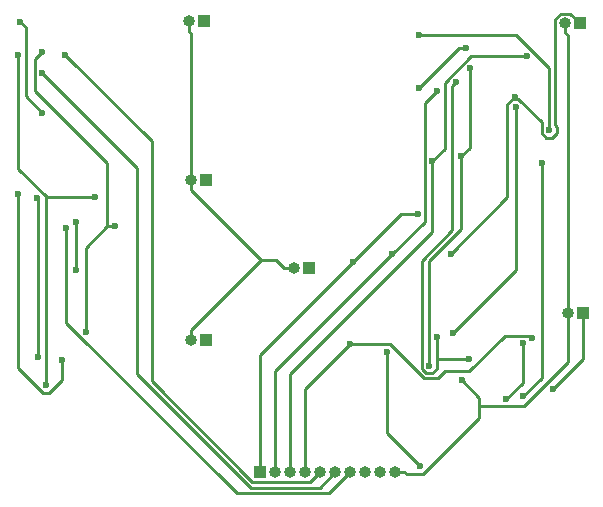
<source format=gbr>
G04 #@! TF.FileFunction,Copper,L2,Bot,Signal*
%FSLAX46Y46*%
G04 Gerber Fmt 4.6, Leading zero omitted, Abs format (unit mm)*
G04 Created by KiCad (PCBNEW 4.0.7) date 04/07/18 17:00:11*
%MOMM*%
%LPD*%
G01*
G04 APERTURE LIST*
%ADD10C,0.100000*%
%ADD11R,1.000000X1.000000*%
%ADD12O,1.000000X1.000000*%
%ADD13C,0.600000*%
%ADD14C,0.250000*%
G04 APERTURE END LIST*
D10*
D11*
X140620000Y-99630000D03*
D12*
X139350000Y-99630000D03*
D11*
X140620000Y-113130000D03*
D12*
X139350000Y-113130000D03*
D11*
X140370000Y-86130000D03*
D12*
X139100000Y-86130000D03*
D11*
X172270000Y-86330000D03*
D12*
X171000000Y-86330000D03*
D11*
X172470000Y-110830000D03*
D12*
X171200000Y-110830000D03*
D11*
X149270000Y-107030000D03*
D12*
X148000000Y-107030000D03*
D11*
X145170000Y-124330000D03*
D12*
X146440000Y-124330000D03*
X147710000Y-124330000D03*
X148980000Y-124330000D03*
X150250000Y-124330000D03*
X151520000Y-124330000D03*
X152790000Y-124330000D03*
X154060000Y-124330000D03*
X155330000Y-124330000D03*
X156600000Y-124330000D03*
D13*
X162228700Y-116568300D03*
X127075900Y-116986000D03*
X124670500Y-89000000D03*
X131149200Y-101048800D03*
X126716500Y-93880000D03*
X124863400Y-86224600D03*
X129565100Y-107194400D03*
X129565100Y-103127900D03*
X161303400Y-105863900D03*
X166731300Y-92603300D03*
X169970100Y-117250000D03*
X161478400Y-112563300D03*
X166797800Y-93403700D03*
X167425600Y-117905100D03*
X168995400Y-98154600D03*
X156353300Y-105877500D03*
X160137300Y-92050000D03*
X159747400Y-98027600D03*
X167730600Y-89126200D03*
X169617700Y-95373500D03*
X158644900Y-87302500D03*
X153017400Y-106566000D03*
X158494200Y-102495500D03*
X159482900Y-115312700D03*
X162190300Y-97583900D03*
X162918800Y-90129600D03*
X160108200Y-112915800D03*
X162814000Y-114737000D03*
X161786400Y-91302600D03*
X162586100Y-88403100D03*
X158586300Y-91795600D03*
X166018800Y-118143900D03*
X167406800Y-113398600D03*
X168148100Y-112998900D03*
X152794600Y-113481000D03*
X158705300Y-123824800D03*
X155882700Y-114145100D03*
X124655700Y-100779800D03*
X128421000Y-114868100D03*
X130409300Y-112452100D03*
X132915600Y-103500000D03*
X126710000Y-88752200D03*
X126364700Y-114576400D03*
X126271600Y-101155300D03*
X128637900Y-88980000D03*
X126715900Y-90500000D03*
X128735900Y-103633600D03*
D14*
X148000000Y-107030000D02*
X147174700Y-107030000D01*
X139350000Y-113130000D02*
X139350000Y-112304700D01*
X139350000Y-100455300D02*
X145274700Y-106380000D01*
X146524700Y-106380000D02*
X145274700Y-106380000D01*
X147174700Y-107030000D02*
X146524700Y-106380000D01*
X145274700Y-106380000D02*
X139350000Y-112304700D01*
X156600000Y-124330000D02*
X157425300Y-124330000D01*
X163674400Y-118014000D02*
X163674400Y-118769200D01*
X162228700Y-116568300D02*
X163674400Y-118014000D01*
X157545400Y-124450100D02*
X157425300Y-124330000D01*
X158964400Y-124450100D02*
X157545400Y-124450100D01*
X163674400Y-119740100D02*
X158964400Y-124450100D01*
X163674400Y-118769200D02*
X163674400Y-119740100D01*
X171000000Y-86330000D02*
X171000000Y-87155300D01*
X171200000Y-110830000D02*
X171200000Y-110004700D01*
X171200000Y-87355300D02*
X171000000Y-87155300D01*
X171200000Y-110004700D02*
X171200000Y-87355300D01*
X139350000Y-100042600D02*
X139350000Y-100455300D01*
X139350000Y-100042600D02*
X139350000Y-99630000D01*
X139350000Y-87205300D02*
X139100000Y-86955300D01*
X139350000Y-99630000D02*
X139350000Y-87205300D01*
X139100000Y-86130000D02*
X139100000Y-86955300D01*
X171200000Y-115034200D02*
X171200000Y-110830000D01*
X167465000Y-118769200D02*
X171200000Y-115034200D01*
X163674400Y-118769200D02*
X167465000Y-118769200D01*
X124670500Y-98633500D02*
X124670500Y-89000000D01*
X127085800Y-101048800D02*
X124670500Y-98633500D01*
X127075900Y-101058700D02*
X127075900Y-116986000D01*
X127085800Y-101048800D02*
X127075900Y-101058700D01*
X131149200Y-101048800D02*
X127085800Y-101048800D01*
X125313700Y-86674900D02*
X124863400Y-86224600D01*
X125313700Y-92477200D02*
X125313700Y-86674900D01*
X126716500Y-93880000D02*
X125313700Y-92477200D01*
X129565100Y-103127900D02*
X129565100Y-107194400D01*
X166731300Y-92737700D02*
X166731300Y-92603300D01*
X166544600Y-92737700D02*
X166731300Y-92737700D01*
X166099600Y-93182700D02*
X166544600Y-92737700D01*
X166099600Y-101067700D02*
X166099600Y-93182700D01*
X161303400Y-105863900D02*
X166099600Y-101067700D01*
X171440000Y-85500000D02*
X172270000Y-86330000D01*
X170620000Y-85500000D02*
X171440000Y-85500000D01*
X170160900Y-85959100D02*
X170620000Y-85500000D01*
X170160900Y-94964500D02*
X170160900Y-85959100D01*
X170264400Y-95068000D02*
X170160900Y-94964500D01*
X170264400Y-95611200D02*
X170264400Y-95068000D01*
X169876800Y-95998800D02*
X170264400Y-95611200D01*
X169358700Y-95998800D02*
X169876800Y-95998800D01*
X168992400Y-95632500D02*
X169358700Y-95998800D01*
X168992400Y-94711400D02*
X168992400Y-95632500D01*
X167018700Y-92737700D02*
X168992400Y-94711400D01*
X166731300Y-92737700D02*
X167018700Y-92737700D01*
X172470000Y-114750100D02*
X169970100Y-117250000D01*
X172470000Y-110830000D02*
X172470000Y-114750100D01*
X166797800Y-107243900D02*
X166797800Y-93403700D01*
X161478400Y-112563300D02*
X166797800Y-107243900D01*
X168995400Y-116335300D02*
X167425600Y-117905100D01*
X168995400Y-98154600D02*
X168995400Y-116335300D01*
X146440000Y-115790800D02*
X156353300Y-105877500D01*
X146440000Y-124330000D02*
X146440000Y-115790800D01*
X159120300Y-93067000D02*
X160137300Y-92050000D01*
X159120300Y-103110500D02*
X159120300Y-93067000D01*
X156353300Y-105877500D02*
X159120300Y-103110500D01*
X159747400Y-104013100D02*
X159747400Y-98027600D01*
X147710000Y-116050500D02*
X159747400Y-104013100D01*
X147710000Y-124330000D02*
X147710000Y-116050500D01*
X163009100Y-89126200D02*
X167730600Y-89126200D01*
X160784800Y-91350500D02*
X163009100Y-89126200D01*
X160784800Y-96990200D02*
X160784800Y-91350500D01*
X159747400Y-98027600D02*
X160784800Y-96990200D01*
X166813200Y-87302500D02*
X158644900Y-87302500D01*
X169617700Y-90107000D02*
X166813200Y-87302500D01*
X169617700Y-95373500D02*
X169617700Y-90107000D01*
X145170000Y-114413400D02*
X153017400Y-106566000D01*
X145170000Y-124330000D02*
X145170000Y-114413400D01*
X157087900Y-102495500D02*
X158494200Y-102495500D01*
X153017400Y-106566000D02*
X157087900Y-102495500D01*
X162190300Y-103783200D02*
X162190300Y-97583900D01*
X159482900Y-106490600D02*
X162190300Y-103783200D01*
X159482900Y-115312700D02*
X159482900Y-106490600D01*
X162918800Y-96855400D02*
X162918800Y-90129600D01*
X162190300Y-97583900D02*
X162918800Y-96855400D01*
X160108200Y-112915800D02*
X160108200Y-114737000D01*
X160108200Y-114737000D02*
X162814000Y-114737000D01*
X161448400Y-91640600D02*
X161786400Y-91302600D01*
X161448400Y-103811400D02*
X161448400Y-91640600D01*
X158840500Y-106419300D02*
X161448400Y-103811400D01*
X158840500Y-115572800D02*
X158840500Y-106419300D01*
X159211100Y-115943400D02*
X158840500Y-115572800D01*
X159747100Y-115943400D02*
X159211100Y-115943400D01*
X160108200Y-115582300D02*
X159747100Y-115943400D01*
X160108200Y-114737000D02*
X160108200Y-115582300D01*
X161978800Y-88403100D02*
X158586300Y-91795600D01*
X162586100Y-88403100D02*
X161978800Y-88403100D01*
X167406800Y-116755900D02*
X167406800Y-113398600D01*
X166018800Y-118143900D02*
X167406800Y-116755900D01*
X148980000Y-124330000D02*
X148980000Y-123504700D01*
X167922500Y-112773300D02*
X168148100Y-112998900D01*
X165884700Y-112773300D02*
X167922500Y-112773300D01*
X162869000Y-115789000D02*
X165884700Y-112773300D01*
X160840000Y-115789000D02*
X162869000Y-115789000D01*
X160235300Y-116393700D02*
X160840000Y-115789000D01*
X159024400Y-116393700D02*
X160235300Y-116393700D01*
X156147400Y-113516700D02*
X159024400Y-116393700D01*
X152794600Y-113516700D02*
X156147400Y-113516700D01*
X148980000Y-117331300D02*
X152794600Y-113516700D01*
X148980000Y-123504700D02*
X148980000Y-117331300D01*
X152794600Y-113516700D02*
X152794600Y-113481000D01*
X155882700Y-121002200D02*
X155882700Y-114145100D01*
X158705300Y-123824800D02*
X155882700Y-121002200D01*
X128421000Y-116525500D02*
X128421000Y-114868100D01*
X127285100Y-117661400D02*
X128421000Y-116525500D01*
X126785700Y-117661400D02*
X127285100Y-117661400D01*
X124655700Y-115531400D02*
X126785700Y-117661400D01*
X124655700Y-100779800D02*
X124655700Y-115531400D01*
X126090500Y-89371700D02*
X126710000Y-88752200D01*
X126090500Y-92026800D02*
X126090500Y-89371700D01*
X132228000Y-98164300D02*
X126090500Y-92026800D01*
X132228000Y-103500000D02*
X132228000Y-98164300D01*
X130409300Y-105318700D02*
X132228000Y-103500000D01*
X130409300Y-112452100D02*
X130409300Y-105318700D01*
X132228000Y-103500000D02*
X132915600Y-103500000D01*
X126364700Y-101248400D02*
X126271600Y-101155300D01*
X126364700Y-114576400D02*
X126364700Y-101248400D01*
X135980400Y-96322500D02*
X128637900Y-88980000D01*
X135980400Y-116636300D02*
X135980400Y-96322500D01*
X144499500Y-125155400D02*
X135980400Y-116636300D01*
X149424600Y-125155400D02*
X144499500Y-125155400D01*
X150250000Y-124330000D02*
X149424600Y-125155400D01*
X134756600Y-98540700D02*
X126715900Y-90500000D01*
X134756600Y-116049400D02*
X134756600Y-98540700D01*
X144359400Y-125652200D02*
X134756600Y-116049400D01*
X150197800Y-125652200D02*
X144359400Y-125652200D01*
X151520000Y-124330000D02*
X150197800Y-125652200D01*
X150987400Y-126132600D02*
X152790000Y-124330000D01*
X143205500Y-126132600D02*
X150987400Y-126132600D01*
X128735900Y-111663000D02*
X143205500Y-126132600D01*
X128735900Y-103633600D02*
X128735900Y-111663000D01*
M02*

</source>
